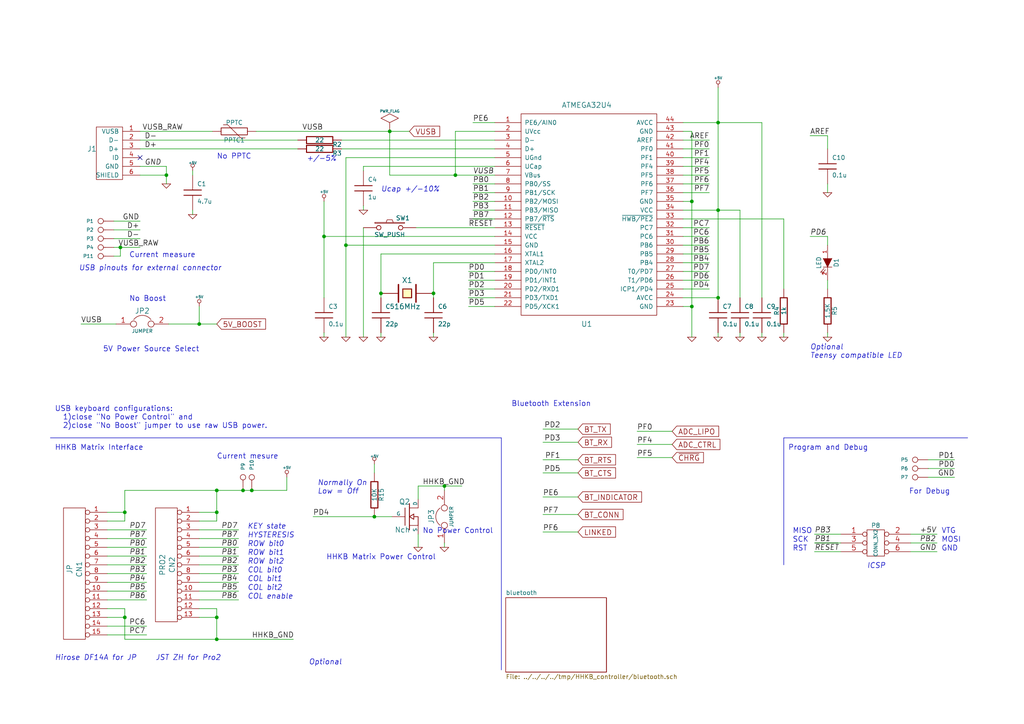
<source format=kicad_sch>
(kicad_sch (version 20230121) (generator eeschema)
  (paper "A4")
  (title_block (title "HHKB Alt Controller/Bluetooth") (date "2016/01") (rev "J") (company "TMK"))
  (lib_symbols
    (symbol "HHKB_controller-rescue:+5V" (power) (pin_names (offset 0))
      (property "Value" "+5V" (at 0 2.794 0))
      (symbol "+5V_0_0"
        (pin power_in line (at 0 0 90) (length 0) hide (name "+5V") (number "1"))
      )
      (symbol "+5V_0_1"
        (polyline (pts (xy 0 0) (xy 0 1.016) (xy 0 1.016)))
        (circle (center 0 1.524) (radius 0.508))
      )
    )
    (symbol "HHKB_controller-rescue:ATMEGA32U4" (pin_names (offset 1.016))
      (property "Reference" "U" (at 0 -31.75 0))
      (property "Value" "ATMEGA32U4" (at 0 31.75 0))
      (symbol "ATMEGA32U4_0_1"
        (rectangle (start 20.32 29.21) (end -19.05 -29.21))
      )
      (symbol "ATMEGA32U4_1_1"
        (pin bidirectional line (at -26.67 26.67 0) (length 7.62) (name "PE6/AIN0") (number "1"))
        (pin bidirectional line (at -26.67 3.81 0) (length 7.62) (name "PB2/MOSI") (number "10"))
        (pin bidirectional line (at -26.67 1.27 0) (length 7.62) (name "PB3/MISO") (number "11"))
        (pin bidirectional line (at -26.67 -1.27 0) (length 7.62) (name "PB7/~{RTS}") (number "12"))
        (pin input line (at -26.67 -3.81 0) (length 7.62) (name "~{RESET}") (number "13"))
        (pin power_in line (at -26.67 -6.35 0) (length 7.62) (name "VCC") (number "14"))
        (pin power_in line (at -26.67 -8.89 0) (length 7.62) (name "GND") (number "15"))
        (pin input line (at -26.67 -11.43 0) (length 7.62) (name "XTAL1") (number "16"))
        (pin output line (at -26.67 -13.97 0) (length 7.62) (name "XTAL2") (number "17"))
        (pin bidirectional line (at -26.67 -16.51 0) (length 7.62) (name "PD0/INT0") (number "18"))
        (pin bidirectional line (at -26.67 -19.05 0) (length 7.62) (name "PD1/INT1") (number "19"))
        (pin power_in line (at -26.67 24.13 0) (length 7.62) (name "UVcc") (number "2"))
        (pin bidirectional line (at -26.67 -21.59 0) (length 7.62) (name "PD2/RXD1") (number "20"))
        (pin bidirectional line (at -26.67 -24.13 0) (length 7.62) (name "PD3/TXD1") (number "21"))
        (pin bidirectional line (at -26.67 -26.67 0) (length 7.62) (name "PD5/XCK1") (number "22"))
        (pin power_in line (at 27.94 -26.67 180) (length 7.62) (name "GND") (number "23"))
        (pin power_in line (at 27.94 -24.13 180) (length 7.62) (name "AVCC") (number "24"))
        (pin bidirectional line (at 27.94 -21.59 180) (length 7.62) (name "ICP1/PD4") (number "25"))
        (pin bidirectional line (at 27.94 -19.05 180) (length 7.62) (name "T1/PD6") (number "26"))
        (pin bidirectional line (at 27.94 -16.51 180) (length 7.62) (name "T0/PD7") (number "27"))
        (pin bidirectional line (at 27.94 -13.97 180) (length 7.62) (name "PB4") (number "28"))
        (pin bidirectional line (at 27.94 -11.43 180) (length 7.62) (name "PB5") (number "29"))
        (pin bidirectional line (at -26.67 21.59 0) (length 7.62) (name "D-") (number "3"))
        (pin bidirectional line (at 27.94 -8.89 180) (length 7.62) (name "PB6") (number "30"))
        (pin bidirectional line (at 27.94 -6.35 180) (length 7.62) (name "PC6") (number "31"))
        (pin bidirectional line (at 27.94 -3.81 180) (length 7.62) (name "PC7") (number "32"))
        (pin bidirectional line (at 27.94 -1.27 180) (length 7.62) (name "~{HWB/PE2}") (number "33"))
        (pin power_in line (at 27.94 1.27 180) (length 7.62) (name "VCC") (number "34"))
        (pin power_in line (at 27.94 3.81 180) (length 7.62) (name "GND") (number "35"))
        (pin bidirectional line (at 27.94 6.35 180) (length 7.62) (name "PF7") (number "36"))
        (pin bidirectional line (at 27.94 8.89 180) (length 7.62) (name "PF6") (number "37"))
        (pin bidirectional line (at 27.94 11.43 180) (length 7.62) (name "PF5") (number "38"))
        (pin bidirectional line (at 27.94 13.97 180) (length 7.62) (name "PF4") (number "39"))
        (pin bidirectional line (at -26.67 19.05 0) (length 7.62) (name "D+") (number "4"))
        (pin bidirectional line (at 27.94 16.51 180) (length 7.62) (name "PF1") (number "40"))
        (pin bidirectional line (at 27.94 19.05 180) (length 7.62) (name "PF0") (number "41"))
        (pin input line (at 27.94 21.59 180) (length 7.62) (name "AREF") (number "42"))
        (pin power_in line (at 27.94 24.13 180) (length 7.62) (name "GND") (number "43"))
        (pin power_in line (at 27.94 26.67 180) (length 7.62) (name "AVCC") (number "44"))
        (pin power_in line (at -26.67 16.51 0) (length 7.62) (name "UGnd") (number "5"))
        (pin input line (at -26.67 13.97 0) (length 7.62) (name "UCap") (number "6"))
        (pin input line (at -26.67 11.43 0) (length 7.62) (name "VBus") (number "7"))
        (pin bidirectional line (at -26.67 8.89 0) (length 7.62) (name "PB0/SS") (number "8"))
        (pin bidirectional line (at -26.67 6.35 0) (length 7.62) (name "PB1/SCK") (number "9"))
      )
    )
    (symbol "HHKB_controller-rescue:C" (pin_numbers hide) (pin_names (offset 0.254))
      (property "Reference" "C" (at 1.27 2.54 0))
      (property "Value" "C" (at 1.27 -2.54 0))
      (symbol "C_0_1"
        (polyline (pts (xy -2.54 -0.762) (xy 2.54 -0.762)) (stroke (width 0.254)))
        (polyline (pts (xy -2.54 0.762) (xy 2.54 0.762)) (stroke (width 0.254)))
      )
      (symbol "C_1_1"
        (pin passive line (at 0 5.08 270) (length 4.318) (name "~") (number "1"))
        (pin passive line (at 0 -5.08 90) (length 4.318) (name "~") (number "2"))
      )
    )
    (symbol "HHKB_controller-rescue:CONN_1" (pin_numbers hide) (pin_names (offset 0.762) hide)
      (property "Reference" "P" (at 2.032 0 0))
      (symbol "CONN_1_0_1"
        (polyline (pts (xy -0.762 0) (xy -1.27 0)))
        (circle (center 0 0) (radius 0.7874))
      )
      (symbol "CONN_1_1_1"
        (pin passive line (at -3.81 0 0) (length 2.54) (name "1") (number "1"))
      )
    )
    (symbol "HHKB_controller-rescue:CONN_13" (pin_names (offset 1.016) hide)
      (property "Reference" "P" (at -1.016 0 90))
      (property "Value" "CONN_13" (at 1.778 0 90))
      (symbol "CONN_13_0_1"
        (rectangle (start -2.54 16.51) (end 3.81 -16.51))
      )
      (symbol "CONN_13_1_1"
        (pin passive inverted (at -8.89 15.24 0) (length 6.35) (name "P1") (number "1"))
        (pin passive inverted (at -8.89 -7.62 0) (length 6.35) (name "P10") (number "10"))
        (pin passive inverted (at -8.89 -10.16 0) (length 6.35) (name "P11") (number "11"))
        (pin passive inverted (at -8.89 -12.7 0) (length 6.35) (name "P12") (number "12"))
        (pin passive inverted (at -8.89 -15.24 0) (length 6.35) (name "P13") (number "13"))
        (pin passive inverted (at -8.89 12.7 0) (length 6.35) (name "P2") (number "2"))
        (pin passive inverted (at -8.89 10.16 0) (length 6.35) (name "P3") (number "3"))
        (pin passive inverted (at -8.89 7.62 0) (length 6.35) (name "P4") (number "4"))
        (pin passive inverted (at -8.89 5.08 0) (length 6.35) (name "P5") (number "5"))
        (pin passive inverted (at -8.89 2.54 0) (length 6.35) (name "P6") (number "6"))
        (pin passive inverted (at -8.89 0 0) (length 6.35) (name "P7") (number "7"))
        (pin passive inverted (at -8.89 -2.54 0) (length 6.35) (name "P8") (number "8"))
        (pin passive inverted (at -8.89 -5.08 0) (length 6.35) (name "P9") (number "9"))
      )
    )
    (symbol "HHKB_controller-rescue:CONN_15" (pin_names (offset 1.016) hide)
      (property "Reference" "P" (at -0.762 1.27 90))
      (property "Value" "CONN_15" (at 2.032 1.27 90))
      (symbol "CONN_15_0_1"
        (rectangle (start -2.54 19.05) (end 3.81 -19.05))
      )
      (symbol "CONN_15_1_1"
        (pin passive inverted (at -8.89 17.78 0) (length 6.35) (name "P1") (number "1"))
        (pin passive inverted (at -8.89 -5.08 0) (length 6.35) (name "P10") (number "10"))
        (pin passive inverted (at -8.89 -7.62 0) (length 6.35) (name "P11") (number "11"))
        (pin passive inverted (at -8.89 -10.16 0) (length 6.35) (name "P12") (number "12"))
        (pin passive inverted (at -8.89 -12.7 0) (length 6.35) (name "P13") (number "13"))
        (pin passive inverted (at -8.89 -15.24 0) (length 6.35) (name "P14") (number "14"))
        (pin passive inverted (at -8.89 -17.78 0) (length 6.35) (name "P15") (number "15"))
        (pin passive inverted (at -8.89 15.24 0) (length 6.35) (name "P2") (number "2"))
        (pin passive inverted (at -8.89 12.7 0) (length 6.35) (name "P3") (number "3"))
        (pin passive inverted (at -8.89 10.16 0) (length 6.35) (name "P4") (number "4"))
        (pin passive inverted (at -8.89 7.62 0) (length 6.35) (name "P5") (number "5"))
        (pin passive inverted (at -8.89 5.08 0) (length 6.35) (name "P6") (number "6"))
        (pin passive inverted (at -8.89 2.54 0) (length 6.35) (name "P7") (number "7"))
        (pin passive inverted (at -8.89 0 0) (length 6.35) (name "P8") (number "8"))
        (pin passive inverted (at -8.89 -2.54 0) (length 6.35) (name "P9") (number "9"))
      )
    )
    (symbol "HHKB_controller-rescue:CONN_3X2" (pin_names (offset 1.016) hide)
      (property "Reference" "P" (at 0 5.08 0))
      (property "Value" "CONN_3X2" (at 0 0 90))
      (symbol "CONN_3X2_0_1"
        (rectangle (start -2.54 3.81) (end 2.54 -3.81))
      )
      (symbol "CONN_3X2_1_1"
        (pin passive inverted (at -10.16 2.54 0) (length 7.62) (name "1") (number "1"))
        (pin passive inverted (at 10.16 2.54 180) (length 7.62) (name "2") (number "2"))
        (pin passive inverted (at -10.16 0 0) (length 7.62) (name "3") (number "3"))
        (pin passive inverted (at 10.16 0 180) (length 7.62) (name "4") (number "4"))
        (pin passive inverted (at -10.16 -2.54 0) (length 7.62) (name "5") (number "5"))
        (pin passive inverted (at 10.16 -2.54 180) (length 7.62) (name "6") (number "6"))
      )
    )
    (symbol "HHKB_controller-rescue:GND" (power) (pin_names (offset 0))
      (symbol "GND_0_1"
        (polyline (pts (xy -1.27 0) (xy 0 -1.27) (xy 1.27 0) (xy -1.27 0)))
      )
      (symbol "GND_1_1"
        (pin power_in line (at 0 0 90) (length 0) hide (name "GND") (number "1"))
      )
    )
    (symbol "HHKB_controller-rescue:JUMPER" (pin_names (offset 0.762) hide)
      (property "Reference" "JP" (at 0 3.81 0))
      (property "Value" "JUMPER" (at 0 -2.032 0))
      (symbol "JUMPER_0_1"
        (circle (center -2.54 0) (radius 0.889))
        (arc (start 2.5146 1.27) (mid 0.0078 2.5097) (end -2.4892 1.27))
        (circle (center 2.54 0) (radius 0.889))
        (pin passive line (at -7.62 0 0) (length 4.191) (name "1") (number "1"))
        (pin passive line (at 7.62 0 180) (length 4.191) (name "2") (number "2"))
      )
    )
    (symbol "HHKB_controller-rescue:LED" (pin_names (offset 1.016) hide)
      (property "Reference" "D" (at 0 2.54 0))
      (property "Value" "LED" (at 0 -2.54 0))
      (symbol "LED_0_1"
        (polyline (pts (xy 1.27 1.27) (xy 1.27 -1.27)))
        (polyline (pts (xy -1.27 1.27) (xy 1.27 0) (xy -1.27 -1.27)) (fill (type outline)))
        (polyline (pts (xy 1.651 -1.016) (xy 2.794 -2.032) (xy 2.667 -1.397)))
        (polyline (pts (xy 2.032 -0.635) (xy 3.175 -1.651) (xy 3.048 -1.016)))
      )
      (symbol "LED_1_1"
        (pin passive line (at -5.08 0 0) (length 3.81) (name "A") (number "1"))
        (pin passive line (at 5.08 0 180) (length 3.81) (name "K") (number "2"))
      )
    )
    (symbol "HHKB_controller-rescue:MOSFET_N" (pin_numbers hide) (pin_names (offset 0))
      (property "Reference" "Q" (at 0.254 4.318 0))
      (property "Value" "MOSFET_N" (at 0.254 -3.81 0))
      (symbol "MOSFET_N_0_1"
        (polyline (pts (xy -1.27 -2.54) (xy -1.27 2.54)) (stroke (width 0.2032)))
        (polyline (pts (xy 0 -3.81) (xy 0 3.81)) (stroke (width 0.254)))
        (polyline (pts (xy 2.54 -2.54) (xy 0 -2.54)))
        (polyline (pts (xy 2.54 2.54) (xy 0 2.54)))
        (polyline (pts (xy 2.54 -2.54) (xy 2.54 0) (xy 1.27 0)) (stroke (width 0.2032)))
        (polyline (pts (xy 1.27 0.762) (xy 1.27 -0.762) (xy 0 0) (xy 1.27 0.762) (xy 1.27 0.762)) (stroke (width 0.2032)))
      )
      (symbol "MOSFET_N_1_1"
        (pin passive line (at 2.54 5.08 270) (length 2.54) (name "D") (number "D"))
        (pin input line (at -5.08 0 0) (length 3.81) (name "G") (number "G"))
        (pin passive line (at 2.54 -5.08 90) (length 2.54) (name "S") (number "S"))
      )
    )
    (symbol "HHKB_controller-rescue:PPTC" (pin_numbers hide) (pin_names (offset 0))
      (property "Reference" "F" (at -1.27 2.54 0))
      (property "Value" "PPTC" (at 0 -2.54 0))
      (symbol "PPTC_0_1"
        (rectangle (start -3.81 -1.016) (end 3.81 1.016) (stroke (width 0.2032)))
        (polyline (pts (xy -3.175 -1.905) (xy -1.905 -1.905) (xy 1.905 1.905) (xy 3.175 1.905) (xy 3.175 1.905)))
      )
      (symbol "PPTC_1_1"
        (pin passive line (at -6.35 0 0) (length 2.54) (name "~") (number "1"))
        (pin passive line (at 6.35 0 180) (length 2.54) (name "~") (number "2"))
      )
    )
    (symbol "HHKB_controller-rescue:PWR_FLAG" (power) (pin_numbers hide) (pin_names (offset 0) hide)
      (property "Value" "PWR_FLAG" (at 0 5.842 0))
      (symbol "PWR_FLAG_0_0"
        (pin power_out line (at 0 0 90) (length 0) (name "pwr") (number "1"))
      )
      (symbol "PWR_FLAG_0_1"
        (polyline (pts (xy 0 0) (xy 0 2.54) (xy 0 2.54)))
        (polyline (pts (xy 0 2.54) (xy -2.54 3.81) (xy 0 5.08) (xy 2.54 3.81) (xy 0 2.54)))
      )
    )
    (symbol "HHKB_controller-rescue:R" (pin_numbers hide) (pin_names (offset 0))
      (property "Reference" "R" (at 2.032 0 90))
      (property "Value" "R" (at 0 0 90))
      (symbol "R_0_1"
        (rectangle (start -1.016 3.81) (end 1.016 -3.81) (stroke (width 0.3048)))
      )
      (symbol "R_1_1"
        (pin passive line (at 0 6.35 270) (length 2.54) (name "~") (number "1"))
        (pin passive line (at 0 -6.35 90) (length 2.54) (name "~") (number "2"))
      )
    )
    (symbol "HHKB_controller-rescue:SW_PUSH" (pin_numbers hide) (pin_names (offset 1.016) hide)
      (property "Reference" "SW" (at 3.81 2.794 0))
      (property "Value" "SW_PUSH" (at 0 -2.032 0))
      (symbol "SW_PUSH_0_1"
        (rectangle (start -4.318 1.27) (end 4.318 1.524))
        (polyline (pts (xy -1.016 1.524) (xy -0.762 2.286) (xy 0.762 2.286) (xy 1.016 1.524)))
        (pin passive inverted (at -7.62 0 0) (length 5.08) (name "1") (number "1"))
        (pin passive inverted (at 7.62 0 180) (length 5.08) (name "2") (number "2"))
      )
    )
    (symbol "HHKB_controller-rescue:USB_mini_micro_B" (pin_names (offset 1.016))
      (property "Reference" "J" (at -10.16 -1.27 0))
      (symbol "USB_mini_micro_B_0_1"
        (rectangle (start -8.89 5.08) (end -1.27 -10.16))
      )
      (symbol "USB_mini_micro_B_1_1"
        (pin power_out line (at 3.81 3.81 180) (length 5.08) (name "VUSB") (number "1"))
        (pin bidirectional line (at 3.81 1.27 180) (length 5.08) (name "D-") (number "2"))
        (pin bidirectional line (at 3.81 -1.27 180) (length 5.08) (name "D+") (number "3"))
        (pin input line (at 3.81 -3.81 180) (length 5.08) (name "ID") (number "4"))
        (pin power_out line (at 3.81 -6.35 180) (length 5.08) (name "GND") (number "5"))
        (pin input line (at 3.81 -8.89 180) (length 5.08) (name "SHIELD") (number "6"))
      )
    )
    (symbol "HHKB_controller-rescue:XTAL" (pin_numbers hide) (pin_names (offset 1.016) hide)
      (property "Reference" "X" (at 0 3.81 0))
      (property "Value" "XTAL" (at 0 -3.81 0))
      (symbol "XTAL_0_1"
        (polyline (pts (xy -2.54 2.54) (xy -2.54 -2.54)) (stroke (width 0.4064)))
        (polyline (pts (xy 2.54 2.54) (xy 2.54 -2.54)) (stroke (width 0.4064)))
        (polyline (pts (xy -1.27 1.27) (xy 1.27 1.27) (xy 1.27 -1.27) (xy -1.27 -1.27) (xy -1.27 1.27)) (stroke (width 0.3048)) (fill (type background)))
      )
      (symbol "XTAL_1_1"
        (pin passive line (at -7.62 0 0) (length 5.08) (name "1") (number "1"))
        (pin passive line (at 7.62 0 180) (length 5.08) (name "2") (number "2"))
      )
    )
  )
  (junction (at 208.28 35.56))
  (junction (at 57.785 93.98))
  (junction (at 62.865 148.59))
  (junction (at 48.26 50.8))
  (junction (at 108.585 149.86))
  (junction (at 36.195 148.59))
  (junction (at 34.925 71.755))
  (junction (at 93.98 68.58))
  (junction (at 128.905 140.97))
  (junction (at 70.485 142.24))
  (junction (at 208.28 86.36))
  (junction (at 100.33 71.12))
  (junction (at 200.66 88.9))
  (junction (at 62.865 142.24))
  (junction (at 125.73 85.09))
  (junction (at 200.66 58.42))
  (junction (at 208.28 60.96))
  (junction (at 62.865 179.07))
  (junction (at 132.08 50.8))
  (junction (at 73.025 142.24))
  (junction (at 110.49 85.09))
  (junction (at 62.865 185.42))
  (junction (at 36.195 179.07))
  (junction (at 113.03 38.1))
  (no_connect (at 40.64 45.72))
  (wire (pts (xy 208.28 35.56) (xy 208.28 60.96)))
  (wire (pts (xy 93.98 96.52) (xy 93.98 97.79)))
  (wire (pts (xy 31.115 156.21) (xy 42.545 156.21)))
  (wire (pts (xy 57.785 176.53) (xy 62.865 176.53)))
  (wire (pts (xy 269.24 133.35) (xy 276.86 133.35)))
  (wire (pts (xy 194.945 125.095) (xy 184.785 125.095)))
  (wire (pts (xy 100.33 45.72) (xy 100.33 71.12)))
  (wire (pts (xy 33.655 93.98) (xy 23.495 93.98)))
  (wire (pts (xy 143.51 43.18) (xy 99.06 43.18)))
  (wire (pts (xy 167.64 128.27) (xy 157.48 128.27)))
  (wire (pts (xy 220.98 35.56) (xy 220.98 86.36)))
  (wire (pts (xy 62.865 176.53) (xy 62.865 179.07)))
  (wire (pts (xy 55.88 60.96) (xy 55.88 62.23)))
  (wire (pts (xy 33.02 74.295) (xy 34.925 74.295)))
  (wire (pts (xy 105.41 59.69) (xy 105.41 60.96)))
  (wire (pts (xy 243.84 157.48) (xy 236.22 157.48)))
  (wire (pts (xy 31.115 158.75) (xy 42.545 158.75)))
  (wire (pts (xy 125.73 76.2) (xy 125.73 85.09)))
  (wire (pts (xy 100.33 45.72) (xy 143.51 45.72)))
  (wire (pts (xy 108.585 134.62) (xy 108.585 137.16)))
  (wire (pts (xy 167.64 149.225) (xy 157.48 149.225)))
  (wire (pts (xy 57.785 179.07) (xy 62.865 179.07)))
  (wire (pts (xy 110.49 97.79) (xy 110.49 96.52)))
  (wire (pts (xy 57.785 166.37) (xy 69.215 166.37)))
  (wire (pts (xy 40.64 38.1) (xy 61.595 38.1)))
  (wire (pts (xy 264.16 154.94) (xy 271.78 154.94)))
  (wire (pts (xy 227.33 97.79) (xy 227.33 96.52)))
  (wire (pts (xy 57.785 173.99) (xy 69.215 173.99)))
  (wire (pts (xy 99.06 40.64) (xy 143.51 40.64)))
  (wire (pts (xy 93.98 58.42) (xy 93.98 68.58)))
  (wire (pts (xy 198.12 88.9) (xy 200.66 88.9)))
  (wire (pts (xy 240.03 39.37) (xy 240.03 43.18)))
  (wire (pts (xy 31.115 163.83) (xy 42.545 163.83)))
  (wire (pts (xy 157.48 144.145) (xy 167.64 144.145)))
  (wire (pts (xy 200.66 88.9) (xy 200.66 97.79)))
  (wire (pts (xy 198.12 81.28) (xy 205.74 81.28)))
  (wire (pts (xy 40.64 50.8) (xy 48.26 50.8)))
  (wire (pts (xy 264.16 157.48) (xy 271.78 157.48)))
  (wire (pts (xy 198.12 76.2) (xy 205.74 76.2)))
  (wire (pts (xy 208.28 97.79) (xy 208.28 96.52)))
  (polyline (pts (xy 227.33 163.83) (xy 227.33 127)))
  (wire (pts (xy 208.28 35.56) (xy 220.98 35.56)))
  (wire (pts (xy 125.73 97.79) (xy 125.73 96.52)))
  (wire (pts (xy 227.33 63.5) (xy 198.12 63.5)))
  (wire (pts (xy 36.195 142.24) (xy 62.865 142.24)))
  (wire (pts (xy 105.41 48.26) (xy 105.41 49.53)))
  (wire (pts (xy 74.295 38.1) (xy 113.03 38.1)))
  (wire (pts (xy 113.03 50.8) (xy 113.03 38.1)))
  (wire (pts (xy 198.12 73.66) (xy 205.74 73.66)))
  (wire (pts (xy 264.16 160.02) (xy 271.78 160.02)))
  (wire (pts (xy 57.785 93.98) (xy 62.865 93.98)))
  (wire (pts (xy 110.49 73.66) (xy 110.49 85.09)))
  (wire (pts (xy 227.33 83.82) (xy 227.33 63.5)))
  (wire (pts (xy 198.12 50.8) (xy 205.74 50.8)))
  (wire (pts (xy 240.03 71.12) (xy 240.03 68.58)))
  (wire (pts (xy 108.585 149.86) (xy 113.665 149.86)))
  (wire (pts (xy 198.12 48.26) (xy 205.74 48.26)))
  (wire (pts (xy 198.12 78.74) (xy 205.74 78.74)))
  (wire (pts (xy 240.03 83.82) (xy 240.03 81.28)))
  (wire (pts (xy 200.66 38.1) (xy 200.66 58.42)))
  (wire (pts (xy 57.785 163.83) (xy 69.215 163.83)))
  (wire (pts (xy 167.64 124.46) (xy 157.48 124.46)))
  (wire (pts (xy 198.12 83.82) (xy 205.74 83.82)))
  (wire (pts (xy 143.51 35.56) (xy 137.16 35.56)))
  (wire (pts (xy 143.51 48.26) (xy 105.41 48.26)))
  (wire (pts (xy 73.025 142.24) (xy 83.185 142.24)))
  (wire (pts (xy 36.195 176.53) (xy 36.195 179.07)))
  (wire (pts (xy 120.65 66.04) (xy 143.51 66.04)))
  (wire (pts (xy 198.12 38.1) (xy 200.66 38.1)))
  (wire (pts (xy 90.805 149.86) (xy 108.585 149.86)))
  (wire (pts (xy 48.895 93.98) (xy 57.785 93.98)))
  (wire (pts (xy 40.64 48.26) (xy 48.26 48.26)))
  (wire (pts (xy 36.195 148.59) (xy 36.195 142.24)))
  (wire (pts (xy 36.195 179.07) (xy 36.195 185.42)))
  (wire (pts (xy 31.115 184.15) (xy 42.545 184.15)))
  (wire (pts (xy 31.115 176.53) (xy 36.195 176.53)))
  (wire (pts (xy 143.51 78.74) (xy 135.89 78.74)))
  (wire (pts (xy 143.51 86.36) (xy 135.89 86.36)))
  (wire (pts (xy 57.785 168.91) (xy 69.215 168.91)))
  (wire (pts (xy 31.115 148.59) (xy 36.195 148.59)))
  (wire (pts (xy 93.98 68.58) (xy 93.98 86.36)))
  (wire (pts (xy 36.195 185.42) (xy 62.865 185.42)))
  (wire (pts (xy 220.98 96.52) (xy 220.98 97.79)))
  (polyline (pts (xy 227.33 127) (xy 280.67 127)))
  (wire (pts (xy 167.64 137.16) (xy 157.48 137.16)))
  (wire (pts (xy 31.115 173.99) (xy 42.545 173.99)))
  (wire (pts (xy 57.785 171.45) (xy 69.215 171.45)))
  (wire (pts (xy 70.485 142.24) (xy 73.025 142.24)))
  (wire (pts (xy 48.26 50.8) (xy 48.26 53.34)))
  (wire (pts (xy 33.02 71.755) (xy 34.925 71.755)))
  (wire (pts (xy 121.285 144.78) (xy 121.285 140.97)))
  (wire (pts (xy 34.925 74.295) (xy 34.925 71.755)))
  (wire (pts (xy 62.865 142.24) (xy 70.485 142.24)))
  (wire (pts (xy 200.66 58.42) (xy 198.12 58.42)))
  (wire (pts (xy 184.785 132.715) (xy 194.945 132.715)))
  (wire (pts (xy 132.08 38.1) (xy 143.51 38.1)))
  (wire (pts (xy 198.12 45.72) (xy 205.74 45.72)))
  (wire (pts (xy 57.785 148.59) (xy 62.865 148.59)))
  (wire (pts (xy 198.12 43.18) (xy 205.74 43.18)))
  (wire (pts (xy 31.115 161.29) (xy 42.545 161.29)))
  (wire (pts (xy 240.03 53.34) (xy 240.03 55.88)))
  (wire (pts (xy 157.48 154.305) (xy 167.64 154.305)))
  (wire (pts (xy 214.63 97.79) (xy 214.63 96.52)))
  (wire (pts (xy 62.865 142.24) (xy 62.865 148.59)))
  (wire (pts (xy 143.51 50.8) (xy 132.08 50.8)))
  (wire (pts (xy 110.49 85.09) (xy 110.49 86.36)))
  (wire (pts (xy 198.12 66.04) (xy 205.74 66.04)))
  (wire (pts (xy 128.905 142.24) (xy 128.905 140.97)))
  (wire (pts (xy 198.12 40.64) (xy 205.74 40.64)))
  (wire (pts (xy 208.28 25.4) (xy 208.28 35.56)))
  (wire (pts (xy 57.785 153.67) (xy 69.215 153.67)))
  (wire (pts (xy 143.51 76.2) (xy 125.73 76.2)))
  (wire (pts (xy 198.12 35.56) (xy 208.28 35.56)))
  (wire (pts (xy 31.115 168.91) (xy 42.545 168.91)))
  (wire (pts (xy 83.185 142.24) (xy 83.185 138.43)))
  (wire (pts (xy 143.51 63.5) (xy 137.16 63.5)))
  (wire (pts (xy 143.51 53.34) (xy 137.16 53.34)))
  (wire (pts (xy 62.865 148.59) (xy 62.865 151.13)))
  (wire (pts (xy 31.115 166.37) (xy 42.545 166.37)))
  (wire (pts (xy 40.64 40.64) (xy 86.36 40.64)))
  (wire (pts (xy 143.51 55.88) (xy 137.16 55.88)))
  (wire (pts (xy 234.95 39.37) (xy 240.03 39.37)))
  (wire (pts (xy 40.64 43.18) (xy 86.36 43.18)))
  (wire (pts (xy 62.865 179.07) (xy 62.865 185.42)))
  (wire (pts (xy 198.12 53.34) (xy 205.74 53.34)))
  (wire (pts (xy 243.84 160.02) (xy 236.22 160.02)))
  (wire (pts (xy 208.28 86.36) (xy 198.12 86.36)))
  (wire (pts (xy 143.51 88.9) (xy 135.89 88.9)))
  (wire (pts (xy 31.115 171.45) (xy 42.545 171.45)))
  (wire (pts (xy 36.195 151.13) (xy 36.195 148.59)))
  (wire (pts (xy 121.285 158.75) (xy 121.285 154.94)))
  (wire (pts (xy 100.33 71.12) (xy 143.51 71.12)))
  (wire (pts (xy 208.28 60.96) (xy 214.63 60.96)))
  (wire (pts (xy 243.84 154.94) (xy 236.22 154.94)))
  (wire (pts (xy 62.865 185.42) (xy 85.09 185.42)))
  (wire (pts (xy 198.12 71.12) (xy 205.74 71.12)))
  (wire (pts (xy 105.41 66.04) (xy 105.41 97.79)))
  (wire (pts (xy 132.08 38.1) (xy 132.08 50.8)))
  (wire (pts (xy 208.28 60.96) (xy 208.28 86.36)))
  (wire (pts (xy 57.785 158.75) (xy 69.215 158.75)))
  (wire (pts (xy 100.33 71.12) (xy 100.33 97.79)))
  (wire (pts (xy 143.51 58.42) (xy 137.16 58.42)))
  (wire (pts (xy 48.26 48.26) (xy 48.26 50.8)))
  (wire (pts (xy 62.865 151.13) (xy 57.785 151.13)))
  (wire (pts (xy 121.285 140.97) (xy 128.905 140.97)))
  (wire (pts (xy 143.51 83.82) (xy 135.89 83.82)))
  (polyline (pts (xy 14.605 127) (xy 145.415 127)))
  (wire (pts (xy 198.12 60.96) (xy 208.28 60.96)))
  (wire (pts (xy 55.88 49.53) (xy 55.88 50.8)))
  (wire (pts (xy 269.24 135.89) (xy 276.86 135.89)))
  (wire (pts (xy 269.24 138.43) (xy 276.86 138.43)))
  (wire (pts (xy 110.49 73.66) (xy 143.51 73.66)))
  (wire (pts (xy 57.785 161.29) (xy 69.215 161.29)))
  (wire (pts (xy 184.785 128.905) (xy 194.945 128.905)))
  (wire (pts (xy 200.66 58.42) (xy 200.66 88.9)))
  (wire (pts (xy 31.115 181.61) (xy 42.545 181.61)))
  (wire (pts (xy 143.51 68.58) (xy 93.98 68.58)))
  (wire (pts (xy 33.02 69.215) (xy 40.64 69.215)))
  (wire (pts (xy 57.785 93.98) (xy 57.785 88.9)))
  (wire (pts (xy 198.12 68.58) (xy 205.74 68.58)))
  (wire (pts (xy 214.63 60.96) (xy 214.63 86.36)))
  (wire (pts (xy 33.02 64.135) (xy 40.64 64.135)))
  (wire (pts (xy 137.16 60.96) (xy 143.51 60.96)))
  (wire (pts (xy 240.03 68.58) (xy 234.95 68.58)))
  (wire (pts (xy 240.03 97.79) (xy 240.03 96.52)))
  (wire (pts (xy 57.785 156.21) (xy 69.215 156.21)))
  (wire (pts (xy 132.08 50.8) (xy 113.03 50.8)))
  (wire (pts (xy 128.905 140.97) (xy 133.985 140.97)))
  (wire (pts (xy 125.73 85.09) (xy 125.73 86.36)))
  (wire (pts (xy 198.12 55.88) (xy 205.74 55.88)))
  (wire (pts (xy 143.51 81.28) (xy 135.89 81.28)))
  (wire (pts (xy 31.115 153.67) (xy 42.545 153.67)))
  (polyline (pts (xy 145.415 127) (xy 145.415 194.31)))
  (wire (pts (xy 31.115 179.07) (xy 36.195 179.07)))
  (wire (pts (xy 113.03 38.1) (xy 118.745 38.1)))
  (wire (pts (xy 36.195 151.13) (xy 31.115 151.13)))
  (wire (pts (xy 34.925 71.755) (xy 40.64 71.755)))
  (wire (pts (xy 167.64 133.35) (xy 157.48 133.35)))
  (wire (pts (xy 33.02 66.675) (xy 40.64 66.675)))
  (wire (pts (xy 128.905 157.48) (xy 128.905 158.75)))
  (text "No PPTC" (at 62.865 46.355 0) (effects (font (size 1.524 1.524)) (justify left bottom)))
  (text "ROW bit1" (at 71.755 161.29 0) (effects (font (size 1.524 1.524) italic) (justify left bottom)))
  (text "Optional\nTeensy compatible LED" (at 234.95 104.14 0) (effects (font (size 1.524 1.524) italic) (justify left bottom)))
  (text "5V Power Source Select" (at 29.845 102.235 0) (effects (font (size 1.524 1.524)) (justify left bottom)))
  (text "No Power Control" (at 122.555 154.94 0) (effects (font (size 1.524 1.524)) (justify left bottom)))
  (text "MOSI" (at 273.05 157.48 0) (effects (font (size 1.524 1.524)) (justify left bottom)))
  (text "HYSTERESIS" (at 71.755 156.21 0) (effects (font (size 1.524 1.524) italic) (justify left bottom)))
  (text "COL bit0" (at 71.755 166.37 0) (effects (font (size 1.524 1.524) italic) (justify left bottom)))
  (text "Bluetooth Extension" (at 171.45 118.11 0) (effects (font (size 1.524 1.524)) (justify right bottom)))
  (text "JST ZH for Pro2" (at 45.085 191.77 0) (effects (font (size 1.524 1.524) italic) (justify left bottom)))
  (text "ROW bit2" (at 71.755 163.83 0) (effects (font (size 1.524 1.524) italic) (justify left bottom)))
  (text "KEY state" (at 71.755 153.67 0) (effects (font (size 1.524 1.524) italic) (justify left bottom)))
  (text "Ucap +/-10%" (at 110.49 55.88 0) (effects (font (size 1.524 1.524) italic) (justify left bottom)))
  (text "COL bit2" (at 71.755 171.45 0) (effects (font (size 1.524 1.524) italic) (justify left bottom)))
  (text "Current measure" (at 37.465 74.93 0) (effects (font (size 1.524 1.524)) (justify left bottom)))
  (text "Program and Debug" (at 228.6 130.81 0) (effects (font (size 1.524 1.524)) (justify left bottom)))
  (text "Normally On\nLow = Off" (at 92.075 143.51 0) (effects (font (size 1.524 1.524) italic) (justify left bottom)))
  (text "VTG" (at 273.05 154.94 0) (effects (font (size 1.524 1.524)) (justify left bottom)))
  (text "USB keyboard configurations:\n  1)close \"No Power Control\" and\n  2)close \"No Boost\" jumper to use raw USB power." (at 15.875 124.46 0) (effects (font (size 1.524 1.524)) (justify left bottom)))
  (text "Hirose DF14A for JP" (at 15.875 191.77 0) (effects (font (size 1.524 1.524) italic) (justify left bottom)))
  (text "For Debug" (at 275.59 143.51 0) (effects (font (size 1.524 1.524)) (justify right bottom)))
  (text "GND" (at 273.05 160.02 0) (effects (font (size 1.524 1.524)) (justify left bottom)))
  (text "COL enable" (at 71.755 173.99 0) (effects (font (size 1.524 1.524) italic) (justify left bottom)))
  (text "HHKB Matrix Interface" (at 15.875 130.81 0) (effects (font (size 1.524 1.524)) (justify left bottom)))
  (text "SCK" (at 229.87 157.48 0) (effects (font (size 1.524 1.524)) (justify left bottom)))
  (text "ICSP" (at 251.46 165.1 0) (effects (font (size 1.524 1.524) italic) (justify left bottom)))
  (text "Current mesure" (at 62.865 133.35 0) (effects (font (size 1.524 1.524)) (justify left bottom)))
  (text "No Boost" (at 37.465 87.63 0) (effects (font (size 1.524 1.524)) (justify left bottom)))
  (text "ROW bit0" (at 71.755 158.75 0) (effects (font (size 1.524 1.524) italic) (justify left bottom)))
  (text "COL bit1" (at 71.755 168.91 0) (effects (font (size 1.524 1.524) italic) (justify left bottom)))
  (text "+/-5%" (at 88.9 46.99 0) (effects (font (size 1.524 1.524) italic) (justify left bottom)))
  (text "USB pinouts for external connector" (at 22.86 78.74 0) (effects (font (size 1.524 1.524) italic) (justify left bottom)))
  (text "RST" (at 229.87 160.02 0) (effects (font (size 1.524 1.524)) (justify left bottom)))
  (text "HHKB Matrix Power Control" (at 94.615 162.56 0) (effects (font (size 1.524 1.524)) (justify left bottom)))
  (text "Optional" (at 89.535 193.04 0) (effects (font (size 1.524 1.524) italic) (justify left bottom)))
  (text "MISO" (at 229.87 154.94 0) (effects (font (size 1.524 1.524)) (justify left bottom)))
  (label "PD6" (at 205.74 81.28 180) (effects (font (size 1.524 1.524))))
  (label "HHKB_GND" (at 122.555 140.97 0) (effects (font (size 1.524 1.524))))
  (label "PB6" (at 37.465 173.99 0) (effects (font (size 1.524 1.524) italic)))
  (label "+5V" (at 266.7 154.94 0) (effects (font (size 1.524 1.524) italic)))
  (label "AREF" (at 205.74 40.64 180) (effects (font (size 1.524 1.524))))
  (label "PD7" (at 37.465 153.67 0) (effects (font (size 1.524 1.524) italic)))
  (label "PB3" (at 37.465 166.37 0) (effects (font (size 1.524 1.524) italic)))
  (label "PB6" (at 205.74 71.12 180) (effects (font (size 1.524 1.524))))
  (label "PC7" (at 205.74 66.04 180) (effects (font (size 1.524 1.524))))
  (label "PC6" (at 37.465 181.61 0) (effects (font (size 1.524 1.524))))
  (label "PB7" (at 137.16 63.5 0) (effects (font (size 1.524 1.524))))
  (label "PD4" (at 205.74 83.82 180) (effects (font (size 1.524 1.524))))
  (label "~{RESET}" (at 135.89 66.04 0) (effects (font (size 1.524 1.524))))
  (label "PD2" (at 135.89 83.82 0) (effects (font (size 1.524 1.524))))
  (label "PD7" (at 64.135 153.67 0) (effects (font (size 1.524 1.524) italic)))
  (label "PB0" (at 137.16 53.34 0) (effects (font (size 1.524 1.524))))
  (label "PF6" (at 157.48 154.305 0) (effects (font (size 1.524 1.524))))
  (label "PF0" (at 205.74 43.18 180) (effects (font (size 1.524 1.524))))
  (label "PD0" (at 135.89 78.74 0) (effects (font (size 1.524 1.524))))
  (label "PB2" (at 137.16 58.42 0) (effects (font (size 1.524 1.524))))
  (label "GND" (at 266.7 160.02 0) (effects (font (size 1.524 1.524) italic)))
  (label "PF6" (at 205.74 53.34 180) (effects (font (size 1.524 1.524))))
  (label "PB4" (at 37.465 168.91 0) (effects (font (size 1.524 1.524) italic)))
  (label "PB1" (at 37.465 161.29 0) (effects (font (size 1.524 1.524) italic)))
  (label "PD3" (at 135.89 86.36 0) (effects (font (size 1.524 1.524))))
  (label "PD7" (at 205.74 78.74 180) (effects (font (size 1.524 1.524))))
  (label "PB0" (at 64.135 158.75 0) (effects (font (size 1.524 1.524) italic)))
  (label "PB5" (at 205.74 73.66 180) (effects (font (size 1.524 1.524))))
  (label "PE6" (at 137.16 35.56 0) (effects (font (size 1.524 1.524))))
  (label "PF4" (at 205.74 48.26 180) (effects (font (size 1.524 1.524))))
  (label "GND" (at 276.86 138.43 180) (effects (font (size 1.524 1.524))))
  (label "PB3" (at 64.135 166.37 0) (effects (font (size 1.524 1.524) italic)))
  (label "PC7" (at 37.465 184.15 0) (effects (font (size 1.524 1.524))))
  (label "PB2" (at 266.7 157.48 0) (effects (font (size 1.524 1.524) italic)))
  (label "PF0" (at 184.785 125.095 0) (effects (font (size 1.524 1.524))))
  (label "PF7" (at 157.48 149.225 0) (effects (font (size 1.524 1.524))))
  (label "PD1" (at 135.89 81.28 0) (effects (font (size 1.524 1.524))))
  (label "PB1" (at 236.22 157.48 0) (effects (font (size 1.524 1.524) italic)))
  (label "PB4" (at 64.135 168.91 0) (effects (font (size 1.524 1.524) italic)))
  (label "PB1" (at 64.135 161.29 0) (effects (font (size 1.524 1.524) italic)))
  (label "PB0" (at 37.465 158.75 0) (effects (font (size 1.524 1.524) italic)))
  (label "PF4" (at 184.785 128.905 0) (effects (font (size 1.524 1.524))))
  (label "GND" (at 35.56 64.135 0) (effects (font (size 1.524 1.524))))
  (label "PD3" (at 162.56 128.27 180) (effects (font (size 1.524 1.524))))
  (label "PD6" (at 234.95 68.58 0) (effects (font (size 1.524 1.524) italic)))
  (label "VUSB_RAW" (at 41.275 38.1 0) (effects (font (size 1.524 1.524))))
  (label "D+" (at 41.91 43.18 0) (effects (font (size 1.524 1.524))))
  (label "PB2" (at 37.465 163.83 0) (effects (font (size 1.524 1.524) italic)))
  (label "PB7" (at 37.465 156.21 0) (effects (font (size 1.524 1.524) italic)))
  (label "PD4" (at 90.805 149.86 0) (effects (font (size 1.524 1.524))))
  (label "D-" (at 36.83 69.215 0) (effects (font (size 1.524 1.524))))
  (label "VUSB" (at 137.16 50.8 0) (effects (font (size 1.524 1.524) italic)))
  (label "HHKB_GND" (at 73.025 185.42 0) (effects (font (size 1.524 1.524))))
  (label "GND" (at 41.91 48.26 0) (effects (font (size 1.524 1.524) italic)))
  (label "PF1" (at 162.56 133.35 180) (effects (font (size 1.524 1.524))))
  (label "PD1" (at 276.86 133.35 180) (effects (font (size 1.524 1.524))))
  (label "PB4" (at 205.74 76.2 180) (effects (font (size 1.524 1.524))))
  (label "PB6" (at 64.135 173.99 0) (effects (font (size 1.524 1.524) italic)))
  (label "PB5" (at 37.465 171.45 0) (effects (font (size 1.524 1.524) italic)))
  (label "AREF" (at 234.95 39.37 0) (effects (font (size 1.524 1.524))))
  (label "PB7" (at 64.135 156.21 0) (effects (font (size 1.524 1.524) italic)))
  (label "VUSB" (at 23.495 93.98 0) (effects (font (size 1.524 1.524))))
  (label "~{RESET}" (at 236.22 160.02 0) (effects (font (size 1.524 1.524) italic)))
  (label "PB3" (at 137.16 60.96 0) (effects (font (size 1.524 1.524))))
  (label "PD5" (at 162.56 137.16 180) (effects (font (size 1.524 1.524))))
  (label "PD0" (at 276.86 135.89 180) (effects (font (size 1.524 1.524))))
  (label "PD5" (at 135.89 88.9 0) (effects (font (size 1.524 1.524))))
  (label "PB5" (at 64.135 171.45 0) (effects (font (size 1.524 1.524) italic)))
  (label "D-" (at 41.91 40.64 0) (effects (font (size 1.524 1.524))))
  (label "PF1" (at 205.74 45.72 180) (effects (font (size 1.524 1.524))))
  (label "PB3" (at 236.22 154.94 0) (effects (font (size 1.524 1.524) italic)))
  (label "PF7" (at 205.74 55.88 180) (effects (font (size 1.524 1.524))))
  (label "PB1" (at 137.16 55.88 0) (effects (font (size 1.524 1.524))))
  (label "PF5" (at 184.785 132.715 0) (effects (font (size 1.524 1.524))))
  (label "PE6" (at 157.48 144.145 0) (effects (font (size 1.524 1.524))))
  (label "PC6" (at 205.74 68.58 180) (effects (font (size 1.524 1.524))))
  (label "VUSB_RAW" (at 34.29 71.755 0) (effects (font (size 1.524 1.524))))
  (label "VUSB" (at 87.63 38.1 0) (effects (font (size 1.524 1.524))))
  (label "D+" (at 36.83 66.675 0) (effects (font (size 1.524 1.524))))
  (label "PD2" (at 162.56 124.46 180) (effects (font (size 1.524 1.524))))
  (label "PF5" (at 205.74 50.8 180) (effects (font (size 1.524 1.524))))
  (label "PB2" (at 64.135 163.83 0) (effects (font (size 1.524 1.524) italic)))
  (global_label "~{CHRG}" (shape input) (at 194.945 132.715 0) (effects (font (size 1.524 1.524))) (property "Intersheetrefs" "${INTERSHEET_REFS}" (effects hide)))
  (global_label "ADC_CTRL" (shape input) (at 194.945 128.905 0) (effects (font (size 1.524 1.524))) (property "Intersheetrefs" "${INTERSHEET_REFS}" (effects hide)))
  (global_label "BT_RX" (shape input) (at 167.64 128.27 0) (effects (font (size 1.524 1.524))) (property "Intersheetrefs" "${INTERSHEET_REFS}" (effects hide)))
  (global_label "BT_RTS" (shape input) (at 167.64 133.35 0) (effects (font (size 1.524 1.524))) (property "Intersheetrefs" "${INTERSHEET_REFS}" (effects hide)))
  (global_label "BT_CONN" (shape input) (at 167.64 149.225 0) (effects (font (size 1.524 1.524))) (property "Intersheetrefs" "${INTERSHEET_REFS}" (effects hide)))
  (global_label "5V_BOOST" (shape input) (at 62.865 93.98 0) (effects (font (size 1.524 1.524))) (property "Intersheetrefs" "${INTERSHEET_REFS}" (effects hide)))
  (global_label "BT_CTS" (shape input) (at 167.64 137.16 0) (effects (font (size 1.524 1.524))) (property "Intersheetrefs" "${INTERSHEET_REFS}" (effects hide)))
  (global_label "BT_INDICATOR" (shape input) (at 167.64 144.145 0) (effects (font (size 1.524 1.524))) (property "Intersheetrefs" "${INTERSHEET_REFS}" (effects hide)))
  (global_label "ADC_LIPO" (shape input) (at 194.945 125.095 0) (effects (font (size 1.524 1.524))) (property "Intersheetrefs" "${INTERSHEET_REFS}" (effects hide)))
  (global_label "BT_TX" (shape input) (at 167.64 124.46 0) (effects (font (size 1.524 1.524))) (property "Intersheetrefs" "${INTERSHEET_REFS}" (effects hide)))
  (global_label "VUSB" (shape input) (at 118.745 38.1 0) (effects (font (size 1.524 1.524))) (property "Intersheetrefs" "${INTERSHEET_REFS}" (effects hide)))
  (global_label "LINKED" (shape input) (at 167.64 154.305 0) (effects (font (size 1.524 1.524))) (property "Intersheetrefs" "${INTERSHEET_REFS}" (effects hide)))
  (symbol (lib_id "HHKB_controller-rescue:GND") (at 110.49 97.79 0) (unit 1)
    (property "Reference" "#PWR015" (effects hide))
    (property "Value" "GND" (effects hide))
  )
  (symbol (lib_id "HHKB_controller-rescue:GND") (at 105.41 97.79 0) (unit 1)
    (property "Reference" "#PWR014" (effects hide))
    (property "Value" "GND" (effects hide))
  )
  (symbol (lib_id "HHKB_controller-rescue:GND") (at 105.41 60.96 0) (unit 1)
    (property "Reference" "#PWR013" (effects hide))
    (property "Value" "GND" (effects hide))
  )
  (symbol (lib_id "HHKB_controller-rescue:C") (at 93.98 91.44 0) (unit 1)
    (property "Reference" "C3" (at 95.25 88.9 0) (effects (justify left)))
    (property "Value" "0.1u" (at 95.25 93.98 0) (effects (justify left)))
    (property "Footprint" "keyboard_parts:C_1608" (effects hide))
  )
  (symbol (lib_id "HHKB_controller-rescue:C") (at 125.73 91.44 0) (unit 1)
    (property "Reference" "C6" (at 127 88.9 0) (effects (justify left)))
    (property "Value" "22p" (at 127 93.98 0) (effects (justify left)))
    (property "Footprint" "keyboard_parts:C_1608" (effects hide))
  )
  (symbol (lib_id "HHKB_controller-rescue:C") (at 110.49 91.44 0) (unit 1)
    (property "Reference" "C5" (at 111.76 88.9 0) (effects (justify left)))
    (property "Value" "22p" (at 111.76 93.98 0) (effects (justify left)))
    (property "Footprint" "keyboard_parts:C_1608" (effects hide))
  )
  (symbol (lib_id "HHKB_controller-rescue:GND") (at 93.98 97.79 0) (unit 1)
    (property "Reference" "#PWR012" (effects hide))
    (property "Value" "GND" (effects hide))
  )
  (symbol (lib_id "HHKB_controller-rescue:SW_PUSH") (at 113.03 66.04 0) (unit 1)
    (property "Reference" "SW1" (at 116.84 63.246 0))
    (property "Value" "SW_PUSH" (at 113.03 68.072 0))
    (property "Footprint" "keyboard_parts:SW_TACT_TH_HORIZ_LOW" (effects hide))
  )
  (symbol (lib_id "HHKB_controller-rescue:R") (at 227.33 90.17 180) (unit 1)
    (property "Reference" "R4" (at 225.298 90.17 90))
    (property "Value" "1k" (at 227.33 90.17 90))
    (property "Footprint" "keyboard_parts:R_1608" (effects hide))
  )
  (symbol (lib_id "HHKB_controller-rescue:R") (at 92.71 43.18 270) (unit 1)
    (property "Reference" "R3" (at 97.79 44.45 90))
    (property "Value" "22" (at 92.71 43.18 90))
    (property "Footprint" "keyboard_parts:R_1608" (effects hide))
  )
  (symbol (lib_id "HHKB_controller-rescue:R") (at 92.71 40.64 270) (unit 1)
    (property "Reference" "R2" (at 97.79 41.91 90))
    (property "Value" "22" (at 92.71 40.64 90))
    (property "Footprint" "keyboard_parts:R_1608" (effects hide))
  )
  (symbol (lib_id "HHKB_controller-rescue:C") (at 220.98 91.44 0) (unit 1)
    (property "Reference" "C9" (at 222.25 88.9 0) (effects (justify left)))
    (property "Value" "0.1u" (at 222.25 93.98 0) (effects (justify left)))
    (property "Footprint" "keyboard_parts:C_1608" (effects hide))
  )
  (symbol (lib_id "HHKB_controller-rescue:C") (at 214.63 91.44 0) (unit 1)
    (property "Reference" "C8" (at 215.9 88.9 0) (effects (justify left)))
    (property "Value" "0.1u" (at 215.9 93.98 0) (effects (justify left)))
    (property "Footprint" "keyboard_parts:C_1608" (effects hide))
  )
  (symbol (lib_id "HHKB_controller-rescue:C") (at 208.28 91.44 0) (unit 1)
    (property "Reference" "C7" (at 209.55 88.9 0) (effects (justify left)))
    (property "Value" "0.1u" (at 209.55 93.98 0) (effects (justify left)))
    (property "Footprint" "keyboard_parts:C_1608" (effects hide))
  )
  (symbol (lib_id "HHKB_controller-rescue:C") (at 55.88 55.88 0) (unit 1)
    (property "Reference" "C1" (at 57.15 53.34 0) (effects (justify left)))
    (property "Value" "4.7u" (at 57.15 58.42 0) (effects (justify left)))
    (property "Footprint" "keyboard_parts:C_3216" (effects hide))
  )
  (symbol (lib_id "HHKB_controller-rescue:C") (at 105.41 54.61 0) (unit 1)
    (property "Reference" "C4" (at 106.68 52.07 0) (effects (justify left)))
    (property "Value" "1u" (at 106.68 57.15 0) (effects (justify left)))
    (property "Footprint" "keyboard_parts:C_1608" (effects hide))
  )
  (symbol (lib_id "HHKB_controller-rescue:ATMEGA32U4") (at 170.18 62.23 0) (unit 1)
    (property "Reference" "U1" (at 170.18 93.98 0) (effects (font (size 1.524 1.524))))
    (property "Value" "ATMEGA32U4" (at 170.18 30.48 0) (effects (font (size 1.524 1.524))))
    (property "Footprint" "keyboard_parts:QFP44" (effects hide))
  )
  (symbol (lib_id "HHKB_controller-rescue:+5V") (at 57.785 88.9 0) (unit 1)
    (property "Reference" "#PWR011" (effects hide))
    (property "Value" "+5V" (at 57.785 86.106 0) (effects (font (size 0.762 0.762))))
  )
  (symbol (lib_id "HHKB_controller-rescue:+5V") (at 93.98 58.42 0) (unit 1)
    (property "Reference" "#PWR010" (effects hide))
    (property "Value" "+5V" (at 93.98 55.626 0) (effects (font (size 0.762 0.762))))
  )
  (symbol (lib_id "HHKB_controller-rescue:+5V") (at 208.28 25.4 0) (unit 1)
    (property "Reference" "#PWR09" (effects hide))
    (property "Value" "+5V" (at 208.28 22.606 0) (effects (font (size 0.762 0.762))))
  )
  (symbol (lib_id "HHKB_controller-rescue:GND") (at 125.73 97.79 0) (unit 1)
    (property "Reference" "#PWR08" (effects hide))
    (property "Value" "GND" (effects hide))
  )
  (symbol (lib_id "HHKB_controller-rescue:GND") (at 200.66 97.79 0) (unit 1)
    (property "Reference" "#PWR07" (effects hide))
    (property "Value" "GND" (effects hide))
  )
  (symbol (lib_id "HHKB_controller-rescue:GND") (at 208.28 97.79 0) (unit 1)
    (property "Reference" "#PWR06" (effects hide))
    (property "Value" "GND" (effects hide))
  )
  (symbol (lib_id "HHKB_controller-rescue:GND") (at 220.98 97.79 0) (unit 1)
    (property "Reference" "#PWR05" (effects hide))
    (property "Value" "GND" (effects hide))
  )
  (symbol (lib_id "HHKB_controller-rescue:GND") (at 48.26 53.34 0) (unit 1)
    (property "Reference" "#PWR04" (effects hide))
    (property "Value" "GND" (effects hide))
  )
  (symbol (lib_id "HHKB_controller-rescue:GND") (at 227.33 97.79 0) (unit 1)
    (property "Reference" "#PWR03" (effects hide))
    (property "Value" "GND" (effects hide))
  )
  (symbol (lib_id "HHKB_controller-rescue:GND") (at 214.63 97.79 0) (unit 1)
    (property "Reference" "#PWR02" (effects hide))
    (property "Value" "GND" (effects hide))
  )
  (symbol (lib_id "HHKB_controller-rescue:GND") (at 100.33 97.79 0) (unit 1)
    (property "Reference" "#PWR01" (effects hide))
    (property "Value" "GND" (effects hide))
  )
  (symbol (lib_id "HHKB_controller-rescue:CONN_1") (at 265.43 135.89 180) (unit 1)
    (property "Reference" "P6" (at 263.398 135.89 0) (effects (font (size 1.016 1.016)) (justify left)))
    (property "Value" "PD0" (effects hide))
    (property "Footprint" "keyboard_parts:PIN_1" (effects hide))
  )
  (symbol (lib_id "HHKB_controller-rescue:CONN_1") (at 265.43 133.35 180) (unit 1)
    (property "Reference" "P5" (at 263.398 133.35 0) (effects (font (size 1.016 1.016)) (justify left)))
    (property "Value" "PD1" (effects hide))
    (property "Footprint" "keyboard_parts:PIN_1" (effects hide))
  )
  (symbol (lib_id "HHKB_controller-rescue:CONN_1") (at 29.21 64.135 180) (unit 1)
    (property "Reference" "P1" (at 27.178 64.135 0) (effects (font (size 1.016 1.016)) (justify left)))
    (property "Value" "GND" (effects hide))
    (property "Footprint" "keyboard_parts:PIN_1" (effects hide))
  )
  (symbol (lib_id "HHKB_controller-rescue:CONN_1") (at 29.21 66.675 180) (unit 1)
    (property "Reference" "P2" (at 27.178 66.675 0) (effects (font (size 1.016 1.016)) (justify left)))
    (property "Value" "D+" (effects hide))
    (property "Footprint" "keyboard_parts:PIN_1" (effects hide))
  )
  (symbol (lib_id "HHKB_controller-rescue:CONN_1") (at 29.21 69.215 180) (unit 1)
    (property "Reference" "P3" (at 27.178 69.215 0) (effects (font (size 1.016 1.016)) (justify left)))
    (property "Value" "D-" (effects hide))
    (property "Footprint" "keyboard_parts:PIN_1" (effects hide))
  )
  (symbol (lib_id "HHKB_controller-rescue:CONN_1") (at 29.21 71.755 180) (unit 1)
    (property "Reference" "P4" (at 27.178 71.755 0) (effects (font (size 1.016 1.016)) (justify left)))
    (property "Value" "VUSB" (effects hide))
    (property "Footprint" "keyboard_parts:PIN_1_SQUARE" (effects hide))
  )
  (symbol (lib_id "HHKB_controller-rescue:LED") (at 240.03 76.2 270) (unit 1)
    (property "Reference" "D1" (at 242.57 76.2 0))
    (property "Value" "LED" (at 237.49 76.2 0))
    (property "Footprint" "keyboard_parts:LED_3020_REFLOW" (effects hide))
  )
  (symbol (lib_id "HHKB_controller-rescue:R") (at 240.03 90.17 0) (unit 1)
    (property "Reference" "R5" (at 242.062 90.17 90))
    (property "Value" "1.5K" (at 240.03 90.17 90))
    (property "Footprint" "keyboard_parts:R_1608" (effects hide))
  )
  (symbol (lib_id "HHKB_controller-rescue:GND") (at 240.03 97.79 0) (unit 1)
    (property "Reference" "#PWR016" (effects hide))
    (property "Value" "GND" (effects hide))
  )
  (symbol (lib_id "HHKB_controller-rescue:CONN_13") (at 48.895 163.83 0) (mirror y) (unit 1)
    (property "Reference" "CN2" (at 49.911 163.83 90) (effects (font (size 1.524 1.524))))
    (property "Value" "PRO2" (at 47.117 163.83 90) (effects (font (size 1.524 1.524))))
    (property "Footprint" "keyboard_parts:HHKB_PRO2_ZH13" (effects hide))
  )
  (symbol (lib_id "HHKB_controller-rescue:CONN_15") (at 22.225 166.37 0) (mirror y) (unit 1)
    (property "Reference" "CN1" (at 22.987 165.1 90) (effects (font (size 1.524 1.524))))
    (property "Value" "JP" (at 20.193 165.1 90) (effects (font (size 1.524 1.524))))
    (property "Footprint" "keyboard_parts:HHKB_JP_HRS_DF14_15P" (effects hide))
  )
  (symbol (lib_id "HHKB_controller-rescue:+5V") (at 83.185 138.43 0) (unit 1)
    (property "Reference" "#PWR017" (effects hide))
    (property "Value" "+5V" (at 83.185 135.636 0) (effects (font (size 0.762 0.762))))
  )
  (symbol (lib_id "HHKB_controller-rescue:GND") (at 55.88 62.23 0) (unit 1)
    (property "Reference" "#PWR018" (effects hide))
    (property "Value" "GND" (effects hide))
  )
  (symbol (lib_id "HHKB_controller-rescue:+5V") (at 55.88 49.53 0) (unit 1)
    (property "Reference" "#PWR019" (effects hide))
    (property "Value" "+5V" (at 55.88 47.244 0) (effects (font (size 0.762 0.762))))
  )
  (symbol (lib_id "HHKB_controller-rescue:CONN_3X2") (at 254 157.48 0) (unit 1)
    (property "Reference" "P8" (at 254 152.4 0))
    (property "Value" "CONN_3X2" (at 254 157.48 90) (effects (font (size 1.016 1.016))))
    (property "Footprint" "keyboard_parts:AVR_ICSP_3x2" (effects hide))
  )
  (symbol (lib_id "HHKB_controller-rescue:C") (at 240.03 48.26 0) (unit 1)
    (property "Reference" "C10" (at 241.3 45.72 0) (effects (justify left)))
    (property "Value" "0.1u" (at 241.3 50.8 0) (effects (justify left)))
    (property "Footprint" "keyboard_parts:C_1608" (effects hide))
  )
  (symbol (lib_id "HHKB_controller-rescue:GND") (at 240.03 55.88 0) (unit 1)
    (property "Reference" "#PWR020" (effects hide))
    (property "Value" "GND" (effects hide))
  )
  (symbol (lib_id "HHKB_controller-rescue:CONN_1") (at 265.43 138.43 180) (unit 1)
    (property "Reference" "P7" (at 263.398 138.43 0) (effects (font (size 1.016 1.016)) (justify left)))
    (property "Value" "GND" (effects hide))
    (property "Footprint" "keyboard_parts:PIN_1" (effects hide))
  )
  (symbol (lib_id "HHKB_controller-rescue:MOSFET_N") (at 118.745 149.86 0) (unit 1)
    (property "Reference" "Q2" (at 118.999 145.542 0) (effects (font (size 1.524 1.524)) (justify right)))
    (property "Value" "Nch" (at 118.999 153.67 0) (effects (font (size 1.524 1.524)) (justify right)))
    (property "Footprint" "keyboard_parts:MOS_FET_SOT23-3_HSOL" (effects hide))
  )
  (symbol (lib_id "HHKB_controller-rescue:GND") (at 121.285 158.75 0) (unit 1)
    (property "Reference" "#PWR021" (effects hide))
    (property "Value" "GND" (effects hide))
  )
  (symbol (lib_id "HHKB_controller-rescue:R") (at 108.585 143.51 0) (unit 1)
    (property "Reference" "R15" (at 110.617 143.51 90))
    (property "Value" "10K" (at 108.585 143.51 90))
    (property "Footprint" "keyboard_parts:R_1608" (effects hide))
  )
  (symbol (lib_id "HHKB_controller-rescue:+5V") (at 108.585 134.62 0) (unit 1)
    (property "Reference" "#PWR022" (effects hide))
    (property "Value" "+5V" (at 108.585 132.334 0) (effects (font (size 0.762 0.762))))
  )
  (symbol (lib_id "HHKB_controller-rescue:JUMPER") (at 128.905 149.86 90) (unit 1)
    (property "Reference" "JP3" (at 125.095 149.86 0) (effects (font (size 1.524 1.524))))
    (property "Value" "JUMPER" (at 130.937 149.86 0) (effects (font (size 1.016 1.016))))
    (property "Footprint" "keyboard_parts:SOLDER_JUMPER_2" (effects hide))
  )
  (symbol (lib_id "HHKB_controller-rescue:GND") (at 128.905 158.75 0) (unit 1)
    (property "Reference" "#PWR023" (effects hide))
    (property "Value" "GND" (effects hide))
  )
  (symbol (lib_id "HHKB_controller-rescue:JUMPER") (at 41.275 93.98 0) (unit 1)
    (property "Reference" "JP2" (at 41.275 90.17 0) (effects (font (size 1.524 1.524))))
    (property "Value" "JUMPER" (at 41.275 96.012 0) (effects (font (size 1.016 1.016))))
    (property "Footprint" "keyboard_parts:SOLDER_JUMPER_2" (effects hide))
  )
  (symbol (lib_id "HHKB_controller-rescue:USB_mini_micro_B") (at 36.83 41.91 0) (unit 1)
    (property "Reference" "J1" (at 26.67 43.18 0) (effects (font (size 1.524 1.524))))
    (property "Value" "USB_mini_micro_B" (effects hide))
    (property "Footprint" "keyboard_parts:USB_miniB_hirose_new" (effects hide))
  )
  (symbol (lib_id "HHKB_controller-rescue:PPTC") (at 67.945 38.1 0) (mirror x) (unit 1)
    (property "Reference" "PPTC1" (at 67.945 40.64 0))
    (property "Value" "PPTC" (at 67.945 35.56 0))
    (property "Footprint" "keyboard_parts:PPTC_nano" (effects hide))
  )
  (symbol (lib_id "HHKB_controller-rescue:XTAL") (at 118.11 85.09 0) (unit 1)
    (property "Reference" "X1" (at 118.11 81.28 0) (effects (font (size 1.524 1.524))))
    (property "Value" "16MHz" (at 118.11 88.9 0) (effects (font (size 1.524 1.524))))
    (property "Footprint" "keyboard_parts:HC-49_SMT" (effects hide))
  )
  (symbol (lib_id "HHKB_controller-rescue:PWR_FLAG") (at 113.03 38.1 0) (unit 1)
    (property "Reference" "#FLG024" (effects hide))
    (property "Value" "PWR_FLAG" (at 113.03 32.258 0) (effects (font (size 0.762 0.762))))
  )
  (symbol (lib_id "HHKB_controller-rescue:CONN_1") (at 73.025 138.43 90) (unit 1)
    (property "Reference" "P10" (at 73.025 136.398 0) (effects (font (size 1.016 1.016)) (justify left)))
    (property "Value" "CONN_1" (effects hide))
    (property "Footprint" "keyboard_parts:PIN_1" (effects hide))
  )
  (symbol (lib_id "HHKB_controller-rescue:CONN_1") (at 70.485 138.43 90) (unit 1)
    (property "Reference" "P9" (at 70.485 136.398 0) (effects (font (size 1.016 1.016)) (justify left)))
    (property "Value" "CONN_1" (effects hide))
    (property "Footprint" "keyboard_parts:PIN_1" (effects hide))
  )
  (symbol (lib_id "HHKB_controller-rescue:CONN_1") (at 29.21 74.295 180) (unit 1)
    (property "Reference" "P11" (at 27.178 74.295 0) (effects (font (size 1.016 1.016)) (justify left)))
    (property "Value" "CONN_1" (effects hide))
    (property "Footprint" "keyboard_parts:PIN_1" (effects hide))
  )
  (sheet (at 146.685 173.355) (size 29.21 21.59)
    (property "Sheetname" "bluetooth" (at 146.685 172.6434 0) (effects (justify left bottom)))
    (property "Sheetfile" "../../../../tmp/HHKB_controller/bluetooth.sch" (at 146.685 195.5296 0) (effects (justify left top)))
  )
)
</source>
